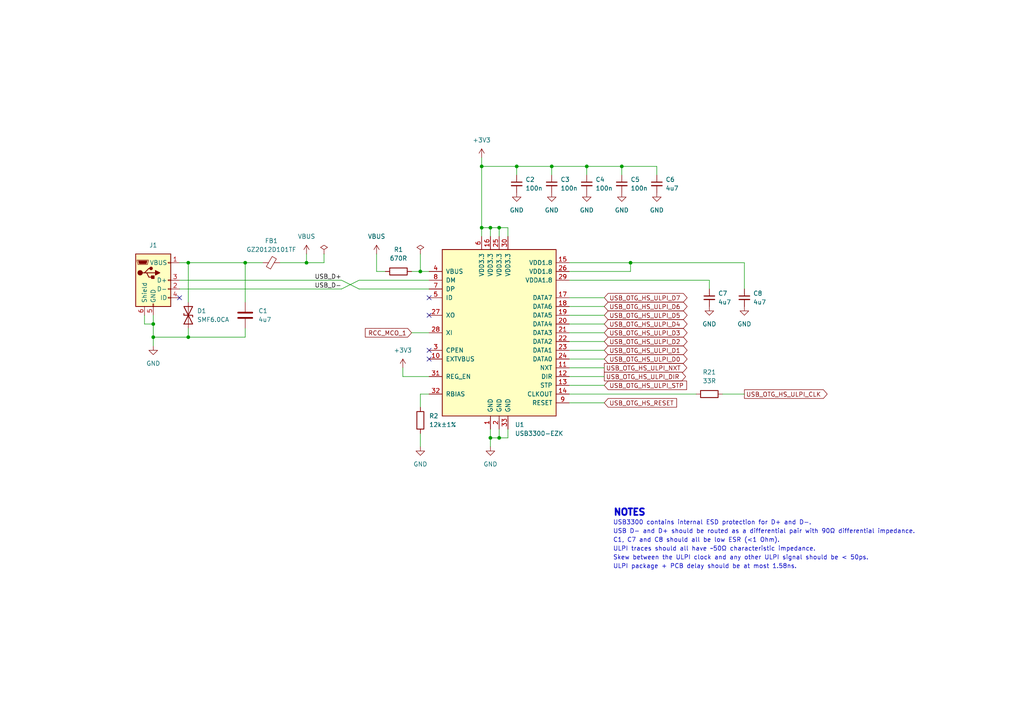
<source format=kicad_sch>
(kicad_sch (version 20211123) (generator eeschema)
  (paper "A4")
  (title_block (title "USB") (date "2023-02-18") (rev "1.0") (company "Frank Plowman"))
  (lib_symbols
    (symbol "Connector:USB_B_Micro" (pin_names (offset 1.016))
      (property "Reference" "J" (at -5.08 11.43 0))
      (property "Value" "USB_B_Micro" (at -5.08 8.89 0))
      (symbol "USB_B_Micro_0_1"
        (rectangle (start -5.08 -7.62) (end 5.08 7.62) (stroke (width 0.254)) (fill (type background)))
        (circle (center -3.81 2.159) (radius 0.635) (stroke (width 0.254)) (fill (type outline)))
        (circle (center -0.635 3.429) (radius 0.381) (stroke (width 0.254)) (fill (type outline)))
        (rectangle (start -0.127 -7.62) (end 0.127 -6.858))
        (polyline (pts (xy -1.905 2.159) (xy 0.635 2.159)) (stroke (width 0.254)))
        (polyline (pts (xy -3.175 2.159) (xy -2.54 2.159) (xy -1.27 3.429) (xy -0.635 3.429)) (stroke (width 0.254)))
        (polyline (pts (xy -2.54 2.159) (xy -1.905 2.159) (xy -1.27 0.889) (xy 0 0.889)) (stroke (width 0.254)))
        (polyline (pts (xy 0.635 2.794) (xy 0.635 1.524) (xy 1.905 2.159) (xy 0.635 2.794)) (stroke (width 0.254)) (fill (type outline)))
        (polyline (pts (xy -4.318 5.588) (xy -1.778 5.588) (xy -2.032 4.826) (xy -4.064 4.826) (xy -4.318 5.588)) (fill (type outline)))
        (polyline (pts (xy -4.699 5.842) (xy -4.699 5.588) (xy -4.445 4.826) (xy -4.445 4.572) (xy -1.651 4.572) (xy -1.651 4.826) (xy -1.397 5.588) (xy -1.397 5.842) (xy -4.699 5.842)))
        (rectangle (start 0.254 1.27) (end -0.508 0.508) (stroke (width 0.254)) (fill (type outline)))
        (rectangle (start 5.08 -5.207) (end 4.318 -4.953))
        (rectangle (start 5.08 -2.667) (end 4.318 -2.413))
        (rectangle (start 5.08 -0.127) (end 4.318 0.127))
        (rectangle (start 5.08 4.953) (end 4.318 5.207))
      )
      (symbol "USB_B_Micro_1_1"
        (pin power_out line (at 7.62 5.08 180) (length 2.54) (name "VBUS") (number "1"))
        (pin bidirectional line (at 7.62 -2.54 180) (length 2.54) (name "D-") (number "2"))
        (pin bidirectional line (at 7.62 0 180) (length 2.54) (name "D+") (number "3"))
        (pin passive line (at 7.62 -5.08 180) (length 2.54) (name "ID") (number "4"))
        (pin power_out line (at 0 -10.16 90) (length 2.54) (name "GND") (number "5"))
        (pin passive line (at -2.54 -10.16 90) (length 2.54) (name "Shield") (number "6"))
      )
    )
    (symbol "Device:C" (pin_numbers hide) (pin_names (offset 0.254))
      (property "Reference" "C" (at 0.635 2.54 0))
      (property "Value" "C" (at 0.635 -2.54 0))
      (symbol "C_0_1"
        (polyline (pts (xy -2.032 -0.762) (xy 2.032 -0.762)) (stroke (width 0.508)))
        (polyline (pts (xy -2.032 0.762) (xy 2.032 0.762)) (stroke (width 0.508)))
      )
      (symbol "C_1_1"
        (pin passive line (at 0 3.81 270) (length 2.794) (name "~") (number "1"))
        (pin passive line (at 0 -3.81 90) (length 2.794) (name "~") (number "2"))
      )
    )
    (symbol "Device:C_Small" (pin_numbers hide) (pin_names (offset 0.254) hide)
      (property "Reference" "C" (at 0.254 1.778 0))
      (property "Value" "C_Small" (at 0.254 -2.032 0))
      (symbol "C_Small_0_1"
        (polyline (pts (xy -1.524 -0.508) (xy 1.524 -0.508)) (stroke (width 0.3302)))
        (polyline (pts (xy -1.524 0.508) (xy 1.524 0.508)) (stroke (width 0.3048)))
      )
      (symbol "C_Small_1_1"
        (pin passive line (at 0 2.54 270) (length 2.032) (name "~") (number "1"))
        (pin passive line (at 0 -2.54 90) (length 2.032) (name "~") (number "2"))
      )
    )
    (symbol "Device:D_TVS" (pin_numbers hide) (pin_names (offset 1.016) hide)
      (property "Reference" "D" (at 0 2.54 0))
      (property "Value" "D_TVS" (at 0 -2.54 0))
      (symbol "D_TVS_0_1"
        (polyline (pts (xy 1.27 0) (xy -1.27 0)))
        (polyline (pts (xy 0.508 1.27) (xy 0 1.27) (xy 0 -1.27) (xy -0.508 -1.27)) (stroke (width 0.254)))
        (polyline (pts (xy -2.54 1.27) (xy -2.54 -1.27) (xy 2.54 1.27) (xy 2.54 -1.27) (xy -2.54 1.27)) (stroke (width 0.254)))
      )
      (symbol "D_TVS_1_1"
        (pin passive line (at -3.81 0 0) (length 2.54) (name "A1") (number "1"))
        (pin passive line (at 3.81 0 180) (length 2.54) (name "A2") (number "2"))
      )
    )
    (symbol "Device:FerriteBead_Small" (pin_numbers hide) (pin_names (offset 0))
      (property "Reference" "FB" (at 1.905 1.27 0))
      (property "Value" "FerriteBead_Small" (at 1.905 -1.27 0))
      (symbol "FerriteBead_Small_0_1"
        (polyline (pts (xy 0 -1.27) (xy 0 -0.7874)))
        (polyline (pts (xy 0 0.889) (xy 0 1.2954)))
        (polyline (pts (xy -1.8288 0.2794) (xy -1.1176 1.4986) (xy 1.8288 -0.2032) (xy 1.1176 -1.4224) (xy -1.8288 0.2794)))
      )
      (symbol "FerriteBead_Small_1_1"
        (pin passive line (at 0 2.54 270) (length 1.27) (name "~") (number "1"))
        (pin passive line (at 0 -2.54 90) (length 1.27) (name "~") (number "2"))
      )
    )
    (symbol "Device:R" (pin_numbers hide) (pin_names (offset 0))
      (property "Reference" "R" (at 2.032 0 90))
      (property "Value" "R" (at 0 0 90))
      (symbol "R_0_1"
        (rectangle (start -1.016 -2.54) (end 1.016 2.54) (stroke (width 0.254)))
      )
      (symbol "R_1_1"
        (pin passive line (at 0 3.81 270) (length 1.27) (name "~") (number "1"))
        (pin passive line (at 0 -3.81 90) (length 1.27) (name "~") (number "2"))
      )
    )
    (symbol "Interface_USB:USB3300-EZK" (pin_names (offset 1.016))
      (property "Reference" "U6" (at 4.5594 -26.67 0))
      (property "Value" "USB3300-EZK" (at 4.5594 -29.21 0))
      (symbol "USB3300-EZK_0_1"
        (rectangle (start 16.51 -24.13) (end -16.51 24.13) (stroke (width 0.254)) (fill (type background)))
      )
      (symbol "USB3300-EZK_1_1"
        (pin power_in line (at -2.54 -27.94 90) (length 3.81) (name "GND") (number "1"))
        (pin input line (at -20.32 -7.62 0) (length 3.81) (name "EXTVBUS") (number "10"))
        (pin output line (at 20.32 -10.16 180) (length 3.81) (name "NXT") (number "11"))
        (pin output line (at 20.32 -12.7 180) (length 3.81) (name "DIR") (number "12"))
        (pin input line (at 20.32 -15.24 180) (length 3.81) (name "STP") (number "13"))
        (pin output line (at 20.32 -17.78 180) (length 3.81) (name "CLKOUT") (number "14"))
        (pin passive line (at 20.32 20.32 180) (length 3.81) (name "VDD1.8") (number "15"))
        (pin power_in line (at -2.54 27.94 270) (length 3.81) (name "VDD3.3") (number "16"))
        (pin bidirectional line (at 20.32 10.16 180) (length 3.81) (name "DATA7") (number "17"))
        (pin bidirectional line (at 20.32 7.62 180) (length 3.81) (name "DATA6") (number "18"))
        (pin bidirectional line (at 20.32 5.08 180) (length 3.81) (name "DATA5") (number "19"))
        (pin power_in line (at 0 -27.94 90) (length 3.81) (name "GND") (number "2"))
        (pin bidirectional line (at 20.32 2.54 180) (length 3.81) (name "DATA4") (number "20"))
        (pin bidirectional line (at 20.32 0 180) (length 3.81) (name "DATA3") (number "21"))
        (pin bidirectional line (at 20.32 -2.54 180) (length 3.81) (name "DATA2") (number "22"))
        (pin bidirectional line (at 20.32 -5.08 180) (length 3.81) (name "DATA1") (number "23"))
        (pin bidirectional line (at 20.32 -7.62 180) (length 3.81) (name "DATA0") (number "24"))
        (pin power_in line (at 0 27.94 270) (length 3.81) (name "VDD3.3") (number "25"))
        (pin passive line (at 20.32 17.78 180) (length 3.81) (name "VDD1.8") (number "26"))
        (pin output line (at -20.32 5.08 0) (length 3.81) (name "XO") (number "27"))
        (pin input line (at -20.32 0 0) (length 3.81) (name "XI") (number "28"))
        (pin passive line (at 20.32 15.24 180) (length 3.81) (name "VDDA1.8") (number "29"))
        (pin output line (at -20.32 -5.08 0) (length 3.81) (name "CPEN") (number "3"))
        (pin power_in line (at 2.54 27.94 270) (length 3.81) (name "VDD3.3") (number "30"))
        (pin bidirectional line (at -20.32 -12.7 0) (length 3.81) (name "REG_EN") (number "31"))
        (pin passive line (at -20.32 -17.78 0) (length 3.81) (name "RBIAS") (number "32"))
        (pin power_in line (at 2.54 -27.94 90) (length 3.81) (name "GND") (number "33"))
        (pin power_in line (at -20.32 17.78 0) (length 3.81) (name "VBUS") (number "4"))
        (pin input line (at -20.32 10.16 0) (length 3.81) (name "ID") (number "5"))
        (pin power_in line (at -5.08 27.94 270) (length 3.81) (name "VDD3.3") (number "6"))
        (pin bidirectional line (at -20.32 12.7 0) (length 3.81) (name "DP") (number "7"))
        (pin bidirectional line (at -20.32 15.24 0) (length 3.81) (name "DM") (number "8"))
        (pin input line (at 20.32 -20.32 180) (length 3.81) (name "RESET") (number "9"))
      )
    )
    (symbol "power:+3V3" (power) (pin_names (offset 0))
      (property "Value" "+3V3" (at 0 3.556 0))
      (symbol "+3V3_0_1"
        (polyline (pts (xy -0.762 1.27) (xy 0 2.54)))
        (polyline (pts (xy 0 0) (xy 0 2.54)))
        (polyline (pts (xy 0 2.54) (xy 0.762 1.27)))
      )
      (symbol "+3V3_1_1"
        (pin power_in line (at 0 0 90) (length 0) hide (name "+3V3") (number "1"))
      )
    )
    (symbol "power:GND" (power) (pin_names (offset 0))
      (property "Value" "GND" (at 0 -3.81 0))
      (symbol "GND_0_1"
        (polyline (pts (xy 0 0) (xy 0 -1.27) (xy 1.27 -1.27) (xy 0 -2.54) (xy -1.27 -1.27) (xy 0 -1.27)))
      )
      (symbol "GND_1_1"
        (pin power_in line (at 0 0 270) (length 0) hide (name "GND") (number "1"))
      )
    )
    (symbol "power:PWR_FLAG" (power) (pin_numbers hide) (pin_names (offset 0) hide)
      (property "Value" "PWR_FLAG" (at 0 3.81 0))
      (symbol "PWR_FLAG_0_0"
        (pin power_out line (at 0 0 90) (length 0) (name "pwr") (number "1"))
      )
      (symbol "PWR_FLAG_0_1"
        (polyline (pts (xy 0 0) (xy 0 1.27) (xy -1.016 1.905) (xy 0 2.54) (xy 1.016 1.905) (xy 0 1.27)))
      )
    )
    (symbol "power:VBUS" (power) (pin_names (offset 0))
      (property "Value" "VBUS" (at 0 3.81 0))
      (symbol "VBUS_0_1"
        (polyline (pts (xy -0.762 1.27) (xy 0 2.54)))
        (polyline (pts (xy 0 0) (xy 0 2.54)))
        (polyline (pts (xy 0 2.54) (xy 0.762 1.27)))
      )
      (symbol "VBUS_1_1"
        (pin power_in line (at 0 0 90) (length 0) hide (name "VBUS") (number "1"))
      )
    )
  )
  (junction (at 44.45 97.79))
  (junction (at 142.24 66.04))
  (junction (at 180.34 48.26))
  (junction (at 182.88 76.2))
  (junction (at 144.78 66.04))
  (junction (at 54.61 76.2))
  (junction (at 121.92 78.74))
  (junction (at 144.78 127))
  (junction (at 139.7 48.26))
  (junction (at 142.24 127))
  (junction (at 149.86 48.26))
  (junction (at 71.12 76.2))
  (junction (at 170.18 48.26))
  (junction (at 139.7 66.04))
  (junction (at 54.61 97.79))
  (junction (at 160.02 48.26))
  (junction (at 44.45 93.98))
  (junction (at 88.9 76.2))
  (no_connect (at 124.46 104.14))
  (no_connect (at 124.46 101.6))
  (no_connect (at 124.46 86.36))
  (no_connect (at 52.07 86.36))
  (no_connect (at 124.46 91.44))
  (wire (pts (xy 121.92 73.66) (xy 121.92 78.74)))
  (wire (pts (xy 180.34 48.26) (xy 170.18 48.26)))
  (wire (pts (xy 182.88 78.74) (xy 182.88 76.2)))
  (wire (pts (xy 71.12 76.2) (xy 71.12 87.63)))
  (wire (pts (xy 52.07 81.28) (xy 99.06 81.28)))
  (wire (pts (xy 165.1 93.98) (xy 175.26 93.98)))
  (wire (pts (xy 139.7 68.58) (xy 139.7 66.04)))
  (wire (pts (xy 165.1 81.28) (xy 205.74 81.28)))
  (wire (pts (xy 81.28 76.2) (xy 88.9 76.2)))
  (wire (pts (xy 116.84 109.22) (xy 116.84 106.68)))
  (wire (pts (xy 170.18 48.26) (xy 160.02 48.26)))
  (wire (pts (xy 88.9 76.2) (xy 88.9 73.66)))
  (wire (pts (xy 149.86 50.8) (xy 149.86 48.26)))
  (wire (pts (xy 139.7 66.04) (xy 142.24 66.04)))
  (wire (pts (xy 149.86 48.26) (xy 139.7 48.26)))
  (wire (pts (xy 165.1 106.68) (xy 175.26 106.68)))
  (wire (pts (xy 44.45 97.79) (xy 44.45 100.33)))
  (wire (pts (xy 165.1 101.6) (xy 175.26 101.6)))
  (wire (pts (xy 99.06 83.82) (xy 104.14 81.28)))
  (wire (pts (xy 54.61 95.25) (xy 54.61 97.79)))
  (wire (pts (xy 165.1 96.52) (xy 175.26 96.52)))
  (wire (pts (xy 142.24 66.04) (xy 142.24 68.58)))
  (wire (pts (xy 142.24 127) (xy 142.24 129.54)))
  (wire (pts (xy 111.76 78.74) (xy 109.22 78.74)))
  (wire (pts (xy 165.1 91.44) (xy 175.26 91.44)))
  (wire (pts (xy 165.1 111.76) (xy 175.26 111.76)))
  (wire (pts (xy 144.78 66.04) (xy 147.32 66.04)))
  (wire (pts (xy 142.24 127) (xy 144.78 127)))
  (wire (pts (xy 170.18 50.8) (xy 170.18 48.26)))
  (wire (pts (xy 99.06 81.28) (xy 104.14 83.82)))
  (wire (pts (xy 165.1 88.9) (xy 175.26 88.9)))
  (wire (pts (xy 160.02 50.8) (xy 160.02 48.26)))
  (wire (pts (xy 41.91 91.44) (xy 41.91 93.98)))
  (wire (pts (xy 44.45 93.98) (xy 44.45 91.44)))
  (wire (pts (xy 165.1 116.84) (xy 175.26 116.84)))
  (wire (pts (xy 182.88 76.2) (xy 215.9 76.2)))
  (wire (pts (xy 147.32 127) (xy 147.32 124.46)))
  (wire (pts (xy 180.34 50.8) (xy 180.34 48.26)))
  (wire (pts (xy 165.1 86.36) (xy 175.26 86.36)))
  (wire (pts (xy 52.07 76.2) (xy 54.61 76.2)))
  (wire (pts (xy 121.92 78.74) (xy 119.38 78.74)))
  (wire (pts (xy 52.07 83.82) (xy 99.06 83.82)))
  (wire (pts (xy 165.1 114.3) (xy 201.93 114.3)))
  (wire (pts (xy 139.7 45.72) (xy 139.7 48.26)))
  (wire (pts (xy 190.5 48.26) (xy 180.34 48.26)))
  (wire (pts (xy 165.1 99.06) (xy 175.26 99.06)))
  (wire (pts (xy 121.92 114.3) (xy 121.92 118.11)))
  (wire (pts (xy 104.14 81.28) (xy 124.46 81.28)))
  (wire (pts (xy 93.98 76.2) (xy 93.98 73.66)))
  (wire (pts (xy 54.61 97.79) (xy 44.45 97.79)))
  (wire (pts (xy 124.46 78.74) (xy 121.92 78.74)))
  (wire (pts (xy 44.45 97.79) (xy 44.45 93.98)))
  (wire (pts (xy 205.74 81.28) (xy 205.74 83.82)))
  (wire (pts (xy 139.7 48.26) (xy 139.7 66.04)))
  (wire (pts (xy 119.38 96.52) (xy 124.46 96.52)))
  (wire (pts (xy 109.22 73.66) (xy 109.22 78.74)))
  (wire (pts (xy 215.9 76.2) (xy 215.9 83.82)))
  (wire (pts (xy 190.5 50.8) (xy 190.5 48.26)))
  (wire (pts (xy 147.32 66.04) (xy 147.32 68.58)))
  (wire (pts (xy 165.1 76.2) (xy 182.88 76.2)))
  (wire (pts (xy 41.91 93.98) (xy 44.45 93.98)))
  (wire (pts (xy 124.46 114.3) (xy 121.92 114.3)))
  (wire (pts (xy 71.12 95.25) (xy 71.12 97.79)))
  (wire (pts (xy 144.78 127) (xy 147.32 127)))
  (wire (pts (xy 144.78 66.04) (xy 144.78 68.58)))
  (wire (pts (xy 142.24 124.46) (xy 142.24 127)))
  (wire (pts (xy 88.9 76.2) (xy 93.98 76.2)))
  (wire (pts (xy 54.61 76.2) (xy 71.12 76.2)))
  (wire (pts (xy 54.61 76.2) (xy 54.61 87.63)))
  (wire (pts (xy 144.78 127) (xy 144.78 124.46)))
  (wire (pts (xy 124.46 109.22) (xy 116.84 109.22)))
  (wire (pts (xy 209.55 114.3) (xy 215.9 114.3)))
  (wire (pts (xy 165.1 104.14) (xy 175.26 104.14)))
  (wire (pts (xy 142.24 66.04) (xy 144.78 66.04)))
  (wire (pts (xy 71.12 97.79) (xy 54.61 97.79)))
  (wire (pts (xy 121.92 125.73) (xy 121.92 129.54)))
  (wire (pts (xy 165.1 78.74) (xy 182.88 78.74)))
  (wire (pts (xy 104.14 83.82) (xy 124.46 83.82)))
  (wire (pts (xy 165.1 109.22) (xy 175.26 109.22)))
  (wire (pts (xy 71.12 76.2) (xy 76.2 76.2)))
  (wire (pts (xy 160.02 48.26) (xy 149.86 48.26)))
  (text "USB D- and D+ should be routed as a differential pair with 90Ω differential impedance." (at 177.8 154.94 0) (effects (font (size 1.27 1.27)) (justify left bottom)))
  (text "ULPI package + PCB delay should be at most 1.58ns." (at 177.8 165.1 0) (effects (font (size 1.27 1.27)) (justify left bottom)))
  (text "NOTES" (at 177.8 149.86 0) (effects (font (size 1.905 1.905) (thickness 0.508) bold) (justify left bottom)))
  (text "USB3300 contains internal ESD protection for D+ and D-." (at 177.8 152.4 0) (effects (font (size 1.27 1.27)) (justify left bottom)))
  (text "C1, C7 and C8 should all be low ESR (<1 Ohm)." (at 177.8 157.48 0) (effects (font (size 1.27 1.27)) (justify left bottom)))
  (text "Skew between the ULPI clock and any other ULPI signal should be < 50ps." (at 177.8 162.56 0) (effects (font (size 1.27 1.27)) (justify left bottom)))
  (text "ULPI traces should all have ~50Ω characteristic impedance." (at 177.8 160.02 0) (effects (font (size 1.27 1.27)) (justify left bottom)))
  (label "USB_D-" (at 99.06 83.82 180))
  (label "USB_D+" (at 99.06 81.28 180))
  (global_label "USB_OTG_HS_ULPI_D6" (shape bidirectional) (at 175.26 88.9 0) (property "Intersheet References" "${INTERSHEET_REFS}" (effects hide)))
  (global_label "USB_OTG_HS_ULPI_D7" (shape bidirectional) (at 175.26 86.36 0) (property "Intersheet References" "${INTERSHEET_REFS}" (effects hide)))
  (global_label "USB_OTG_HS_ULPI_D3" (shape bidirectional) (at 175.26 96.52 0) (property "Intersheet References" "${INTERSHEET_REFS}" (effects hide)))
  (global_label "USB_OTG_HS_ULPI_NXT" (shape output) (at 175.26 106.68 0) (property "Intersheet References" "${INTERSHEET_REFS}" (effects hide)))
  (global_label "USB_OTG_HS_ULPI_D5" (shape bidirectional) (at 175.26 91.44 0) (property "Intersheet References" "${INTERSHEET_REFS}" (effects hide)))
  (global_label "USB_OTG_HS_ULPI_STP" (shape input) (at 175.26 111.76 0) (property "Intersheet References" "${INTERSHEET_REFS}" (effects hide)))
  (global_label "USB_OTG_HS_ULPI_D4" (shape bidirectional) (at 175.26 93.98 0) (property "Intersheet References" "${INTERSHEET_REFS}" (effects hide)))
  (global_label "USB_OTG_HS_ULPI_D2" (shape bidirectional) (at 175.26 99.06 0) (property "Intersheet References" "${INTERSHEET_REFS}" (effects hide)))
  (global_label "USB_OTG_HS_ULPI_CLK" (shape output) (at 215.9 114.3 0) (property "Intersheet References" "${INTERSHEET_REFS}" (effects hide)))
  (global_label "RCC_MCO_1" (shape input) (at 119.38 96.52 180) (property "Intersheet References" "${INTERSHEET_REFS}" (effects hide)))
  (global_label "USB_OTG_HS_ULPI_D1" (shape bidirectional) (at 175.26 101.6 0) (property "Intersheet References" "${INTERSHEET_REFS}" (effects hide)))
  (global_label "USB_OTG_HS_ULPI_D0" (shape bidirectional) (at 175.26 104.14 0) (property "Intersheet References" "${INTERSHEET_REFS}" (effects hide)))
  (global_label "USB_OTG_HS_ULPI_DIR" (shape output) (at 175.26 109.22 0) (property "Intersheet References" "${INTERSHEET_REFS}" (effects hide)))
  (global_label "USB_OTG_HS_RESET" (shape input) (at 175.26 116.84 0) (property "Intersheet References" "${INTERSHEET_REFS}" (effects hide)))
  (symbol (lib_id "Device:C_Small") (at 160.02 53.34 0) (mirror y) (unit 1)
    (property "Reference" "C3" (at 162.56 52.0762 0) (effects (justify right)))
    (property "Value" "100n" (at 162.56 54.6162 0) (effects (justify right)))
  )
  (symbol (lib_id "power:PWR_FLAG") (at 121.92 73.66 0) (unit 1)
    (property "Reference" "#FLG01" (effects hide))
    (property "Value" "PWR_FLAG" (effects hide))
  )
  (symbol (lib_id "power:+3V3") (at 139.7 45.72 0) (unit 1)
    (property "Reference" "#PWR012" (effects hide))
    (property "Value" "+3V3" (at 139.7 40.64 0))
  )
  (symbol (lib_id "power:GND") (at 149.86 55.88 0) (mirror y) (unit 1)
    (property "Reference" "#PWR011" (effects hide))
    (property "Value" "GND" (at 149.86 60.96 0))
  )
  (symbol (lib_id "power:GND") (at 121.92 129.54 0) (unit 1)
    (property "Reference" "#PWR010" (effects hide))
    (property "Value" "GND" (at 121.92 134.62 0))
  )
  (symbol (lib_id "power:PWR_FLAG") (at 93.98 73.66 0) (unit 1)
    (property "Reference" "#FLG0101" (effects hide))
    (property "Value" "PWR_FLAG" (effects hide))
  )
  (symbol (lib_id "power:+3V3") (at 116.84 106.68 0) (unit 1)
    (property "Reference" "#PWR08" (effects hide))
    (property "Value" "+3V3" (at 116.84 101.6 0))
  )
  (symbol (lib_id "power:GND") (at 142.24 129.54 0) (unit 1)
    (property "Reference" "#PWR013" (effects hide))
    (property "Value" "GND" (at 142.24 134.62 0))
  )
  (symbol (lib_id "Device:FerriteBead_Small") (at 78.74 76.2 90) (unit 1)
    (property "Reference" "FB1" (at 78.7019 69.85 90))
    (property "Value" "GZ2012D101TF" (at 78.7019 72.39 90))
    (property "Footprint" "Diode_SMD:D_0201_0603Metric" (effects hide))
  )
  (symbol (lib_id "power:GND") (at 180.34 55.88 0) (mirror y) (unit 1)
    (property "Reference" "#PWR05" (effects hide))
    (property "Value" "GND" (at 180.34 60.96 0))
  )
  (symbol (lib_id "power:GND") (at 190.5 55.88 0) (mirror y) (unit 1)
    (property "Reference" "#PWR02" (effects hide))
    (property "Value" "GND" (at 190.5 60.96 0))
  )
  (symbol (lib_id "power:GND") (at 44.45 100.33 0) (unit 1)
    (property "Reference" "#PWR01" (effects hide))
    (property "Value" "GND" (at 44.45 105.41 0))
  )
  (symbol (lib_id "Connector:USB_B_Micro") (at 44.45 81.28 0) (unit 1)
    (property "Reference" "J1" (at 44.45 71.12 0))
    (property "Value" "USB_B_Micro" (effects hide))
  )
  (symbol (lib_id "Device:C_Small") (at 205.74 86.36 0) (unit 1)
    (property "Reference" "C7" (at 208.28 85.0962 0) (effects (justify left)))
    (property "Value" "4u7" (at 208.28 87.6362 0) (effects (justify left)))
  )
  (symbol (lib_id "Device:C") (at 71.12 91.44 0) (unit 1)
    (property "Reference" "C1" (at 74.93 90.1699 0) (effects (justify left)))
    (property "Value" "4u7" (at 74.93 92.7099 0) (effects (justify left)))
    (property "Footprint" "Capacitor_SMD:C_0402_1005Metric" (effects hide))
  )
  (symbol (lib_id "Device:C_Small") (at 149.86 53.34 0) (mirror y) (unit 1)
    (property "Reference" "C2" (at 152.4 52.0762 0) (effects (justify right)))
    (property "Value" "100n" (at 152.4 54.6162 0) (effects (justify right)))
  )
  (symbol (lib_id "power:VBUS") (at 109.22 73.66 0) (unit 1)
    (property "Reference" "#PWR07" (effects hide))
    (property "Value" "VBUS" (at 109.22 68.58 0))
  )
  (symbol (lib_id "power:GND") (at 170.18 55.88 0) (mirror y) (unit 1)
    (property "Reference" "#PWR06" (effects hide))
    (property "Value" "GND" (at 170.18 60.96 0))
  )
  (symbol (lib_id "Device:D_TVS") (at 54.61 91.44 90) (unit 1)
    (property "Reference" "D1" (at 57.15 90.1699 90) (effects (justify right)))
    (property "Value" "SMF6.0CA" (at 57.15 92.7099 90) (effects (justify right)))
  )
  (symbol (lib_id "power:GND") (at 205.74 88.9 0) (unit 1)
    (property "Reference" "#PWR014" (effects hide))
    (property "Value" "GND" (at 205.74 93.98 0))
  )
  (symbol (lib_id "power:GND") (at 160.02 55.88 0) (mirror y) (unit 1)
    (property "Reference" "#PWR09" (effects hide))
    (property "Value" "GND" (at 160.02 60.96 0))
  )
  (symbol (lib_id "Device:R") (at 205.74 114.3 90) (unit 1)
    (property "Reference" "R21" (at 205.74 107.95 90))
    (property "Value" "33R" (at 205.74 110.49 90))
  )
  (symbol (lib_id "Device:C_Small") (at 190.5 53.34 0) (mirror y) (unit 1)
    (property "Reference" "C6" (at 193.04 52.0762 0) (effects (justify right)))
    (property "Value" "4u7" (at 193.04 54.6162 0) (effects (justify right)))
  )
  (symbol (lib_id "Device:C_Small") (at 170.18 53.34 0) (mirror y) (unit 1)
    (property "Reference" "C4" (at 172.72 52.0762 0) (effects (justify right)))
    (property "Value" "100n" (at 172.72 54.6162 0) (effects (justify right)))
  )
  (symbol (lib_id "Device:R") (at 115.57 78.74 90) (unit 1)
    (property "Reference" "R1" (at 115.57 72.39 90))
    (property "Value" "670R" (at 115.57 74.93 90))
  )
  (symbol (lib_id "power:VBUS") (at 88.9 73.66 0) (unit 1)
    (property "Reference" "#PWR03" (effects hide))
    (property "Value" "VBUS" (at 88.9 68.58 0))
  )
  (symbol (lib_id "Device:C_Small") (at 180.34 53.34 0) (mirror y) (unit 1)
    (property "Reference" "C5" (at 182.88 52.0762 0) (effects (justify right)))
    (property "Value" "100n" (at 182.88 54.6162 0) (effects (justify right)))
  )
  (symbol (lib_id "Interface_USB:USB3300-EZK") (at 144.78 96.52 0) (unit 1)
    (property "Reference" "U1" (at 149.3394 123.19 0) (effects (justify left)))
    (property "Value" "USB3300-EZK" (at 149.3394 125.73 0) (effects (justify left)))
    (property "Footprint" "Package_DFN_QFN:QFN-32-1EP_5x5mm_P0.5mm_EP3.45x3.45mm" (effects hide))
    (property "Datasheet" "http://ww1.microchip.com/downloads/en/DeviceDoc/00001783C.pdf" (effects hide))
  )
  (symbol (lib_id "Device:C_Small") (at 215.9 86.36 0) (unit 1)
    (property "Reference" "C8" (at 218.44 85.0962 0) (effects (justify left)))
    (property "Value" "4u7" (at 218.44 87.6362 0) (effects (justify left)))
  )
  (symbol (lib_id "power:GND") (at 215.9 88.9 0) (unit 1)
    (property "Reference" "#PWR015" (effects hide))
    (property "Value" "GND" (at 215.9 93.98 0))
  )
  (symbol (lib_id "Device:R") (at 121.92 121.92 0) (mirror y) (unit 1)
    (property "Reference" "R2" (at 124.46 120.6499 0) (effects (justify right)))
    (property "Value" "12k±1%" (at 124.46 123.1899 0) (effects (justify right)))
  )
)
</source>
